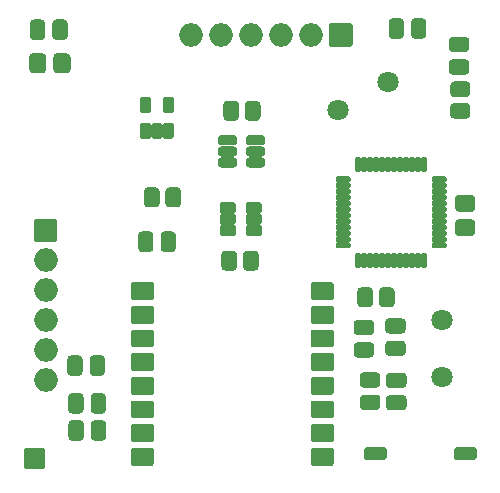
<source format=gts>
G04 #@! TF.GenerationSoftware,KiCad,Pcbnew,5.1.7-a382d34a8~88~ubuntu18.04.1*
G04 #@! TF.CreationDate,2021-12-09T23:06:50+05:30*
G04 #@! TF.ProjectId,FrontEnd_switch_Normal_v2,46726f6e-7445-46e6-945f-737769746368,rev?*
G04 #@! TF.SameCoordinates,Original*
G04 #@! TF.FileFunction,Soldermask,Top*
G04 #@! TF.FilePolarity,Negative*
%FSLAX46Y46*%
G04 Gerber Fmt 4.6, Leading zero omitted, Abs format (unit mm)*
G04 Created by KiCad (PCBNEW 5.1.7-a382d34a8~88~ubuntu18.04.1) date 2021-12-09 23:06:50*
%MOMM*%
%LPD*%
G01*
G04 APERTURE LIST*
%ADD10O,2.000000X2.000000*%
%ADD11C,1.800000*%
G04 APERTURE END LIST*
G36*
G01*
X114451000Y-92497200D02*
X114451000Y-92775600D01*
G75*
G02*
X114155200Y-93071400I-295800J0D01*
G01*
X113096800Y-93071400D01*
G75*
G02*
X112801000Y-92775600I0J295800D01*
G01*
X112801000Y-92497200D01*
G75*
G02*
X113096800Y-92201400I295800J0D01*
G01*
X114155200Y-92201400D01*
G75*
G02*
X114451000Y-92497200I0J-295800D01*
G01*
G37*
G36*
G01*
X114451000Y-91547200D02*
X114451000Y-91825600D01*
G75*
G02*
X114155200Y-92121400I-295800J0D01*
G01*
X113096800Y-92121400D01*
G75*
G02*
X112801000Y-91825600I0J295800D01*
G01*
X112801000Y-91547200D01*
G75*
G02*
X113096800Y-91251400I295800J0D01*
G01*
X114155200Y-91251400D01*
G75*
G02*
X114451000Y-91547200I0J-295800D01*
G01*
G37*
G36*
G01*
X114451000Y-90597200D02*
X114451000Y-90875600D01*
G75*
G02*
X114155200Y-91171400I-295800J0D01*
G01*
X113096800Y-91171400D01*
G75*
G02*
X112801000Y-90875600I0J295800D01*
G01*
X112801000Y-90597200D01*
G75*
G02*
X113096800Y-90301400I295800J0D01*
G01*
X114155200Y-90301400D01*
G75*
G02*
X114451000Y-90597200I0J-295800D01*
G01*
G37*
G36*
G01*
X116821000Y-90597200D02*
X116821000Y-90875600D01*
G75*
G02*
X116525200Y-91171400I-295800J0D01*
G01*
X115466800Y-91171400D01*
G75*
G02*
X115171000Y-90875600I0J295800D01*
G01*
X115171000Y-90597200D01*
G75*
G02*
X115466800Y-90301400I295800J0D01*
G01*
X116525200Y-90301400D01*
G75*
G02*
X116821000Y-90597200I0J-295800D01*
G01*
G37*
G36*
G01*
X116821000Y-91547200D02*
X116821000Y-91825600D01*
G75*
G02*
X116525200Y-92121400I-295800J0D01*
G01*
X115466800Y-92121400D01*
G75*
G02*
X115171000Y-91825600I0J295800D01*
G01*
X115171000Y-91547200D01*
G75*
G02*
X115466800Y-91251400I295800J0D01*
G01*
X116525200Y-91251400D01*
G75*
G02*
X116821000Y-91547200I0J-295800D01*
G01*
G37*
G36*
G01*
X116821000Y-92497200D02*
X116821000Y-92775600D01*
G75*
G02*
X116525200Y-93071400I-295800J0D01*
G01*
X115466800Y-93071400D01*
G75*
G02*
X115171000Y-92775600I0J295800D01*
G01*
X115171000Y-92497200D01*
G75*
G02*
X115466800Y-92201400I295800J0D01*
G01*
X116525200Y-92201400D01*
G75*
G02*
X116821000Y-92497200I0J-295800D01*
G01*
G37*
G36*
G01*
X133209216Y-97418100D02*
X134278784Y-97418100D01*
G75*
G02*
X134594000Y-97733316I0J-315216D01*
G01*
X134594000Y-98552884D01*
G75*
G02*
X134278784Y-98868100I-315216J0D01*
G01*
X133209216Y-98868100D01*
G75*
G02*
X132894000Y-98552884I0J315216D01*
G01*
X132894000Y-97733316D01*
G75*
G02*
X133209216Y-97418100I315216J0D01*
G01*
G37*
G36*
G01*
X133209216Y-95368100D02*
X134278784Y-95368100D01*
G75*
G02*
X134594000Y-95683316I0J-315216D01*
G01*
X134594000Y-96502884D01*
G75*
G02*
X134278784Y-96818100I-315216J0D01*
G01*
X133209216Y-96818100D01*
G75*
G02*
X132894000Y-96502884I0J315216D01*
G01*
X132894000Y-95683316D01*
G75*
G02*
X133209216Y-95368100I315216J0D01*
G01*
G37*
G36*
G01*
X98885000Y-84763684D02*
X98885000Y-83694116D01*
G75*
G02*
X99200216Y-83378900I315216J0D01*
G01*
X100019784Y-83378900D01*
G75*
G02*
X100335000Y-83694116I0J-315216D01*
G01*
X100335000Y-84763684D01*
G75*
G02*
X100019784Y-85078900I-315216J0D01*
G01*
X99200216Y-85078900D01*
G75*
G02*
X98885000Y-84763684I0J315216D01*
G01*
G37*
G36*
G01*
X96835000Y-84763684D02*
X96835000Y-83694116D01*
G75*
G02*
X97150216Y-83378900I315216J0D01*
G01*
X97969784Y-83378900D01*
G75*
G02*
X98285000Y-83694116I0J-315216D01*
G01*
X98285000Y-84763684D01*
G75*
G02*
X97969784Y-85078900I-315216J0D01*
G01*
X97150216Y-85078900D01*
G75*
G02*
X96835000Y-84763684I0J315216D01*
G01*
G37*
G36*
G01*
X114599000Y-87725469D02*
X114599000Y-88779131D01*
G75*
G02*
X114275831Y-89102300I-323169J0D01*
G01*
X113597169Y-89102300D01*
G75*
G02*
X113274000Y-88779131I0J323169D01*
G01*
X113274000Y-87725469D01*
G75*
G02*
X113597169Y-87402300I323169J0D01*
G01*
X114275831Y-87402300D01*
G75*
G02*
X114599000Y-87725469I0J-323169D01*
G01*
G37*
G36*
G01*
X116424000Y-87725469D02*
X116424000Y-88779131D01*
G75*
G02*
X116100831Y-89102300I-323169J0D01*
G01*
X115422169Y-89102300D01*
G75*
G02*
X115099000Y-88779131I0J323169D01*
G01*
X115099000Y-87725469D01*
G75*
G02*
X115422169Y-87402300I323169J0D01*
G01*
X116100831Y-87402300D01*
G75*
G02*
X116424000Y-87725469I0J-323169D01*
G01*
G37*
G36*
G01*
X114434000Y-100418169D02*
X114434000Y-101471831D01*
G75*
G02*
X114110831Y-101795000I-323169J0D01*
G01*
X113432169Y-101795000D01*
G75*
G02*
X113109000Y-101471831I0J323169D01*
G01*
X113109000Y-100418169D01*
G75*
G02*
X113432169Y-100095000I323169J0D01*
G01*
X114110831Y-100095000D01*
G75*
G02*
X114434000Y-100418169I0J-323169D01*
G01*
G37*
G36*
G01*
X116259000Y-100418169D02*
X116259000Y-101471831D01*
G75*
G02*
X115935831Y-101795000I-323169J0D01*
G01*
X115257169Y-101795000D01*
G75*
G02*
X114934000Y-101471831I0J323169D01*
G01*
X114934000Y-100418169D01*
G75*
G02*
X115257169Y-100095000I323169J0D01*
G01*
X115935831Y-100095000D01*
G75*
G02*
X116259000Y-100418169I0J-323169D01*
G01*
G37*
G36*
G01*
X125950000Y-103522169D02*
X125950000Y-104575831D01*
G75*
G02*
X125626831Y-104899000I-323169J0D01*
G01*
X124948169Y-104899000D01*
G75*
G02*
X124625000Y-104575831I0J323169D01*
G01*
X124625000Y-103522169D01*
G75*
G02*
X124948169Y-103199000I323169J0D01*
G01*
X125626831Y-103199000D01*
G75*
G02*
X125950000Y-103522169I0J-323169D01*
G01*
G37*
G36*
G01*
X127775000Y-103522169D02*
X127775000Y-104575831D01*
G75*
G02*
X127451831Y-104899000I-323169J0D01*
G01*
X126773169Y-104899000D01*
G75*
G02*
X126450000Y-104575831I0J323169D01*
G01*
X126450000Y-103522169D01*
G75*
G02*
X126773169Y-103199000I323169J0D01*
G01*
X127451831Y-103199000D01*
G75*
G02*
X127775000Y-103522169I0J-323169D01*
G01*
G37*
G36*
G01*
X132805169Y-87593600D02*
X133858831Y-87593600D01*
G75*
G02*
X134182000Y-87916769I0J-323169D01*
G01*
X134182000Y-88595431D01*
G75*
G02*
X133858831Y-88918600I-323169J0D01*
G01*
X132805169Y-88918600D01*
G75*
G02*
X132482000Y-88595431I0J323169D01*
G01*
X132482000Y-87916769D01*
G75*
G02*
X132805169Y-87593600I323169J0D01*
G01*
G37*
G36*
G01*
X132805169Y-85768600D02*
X133858831Y-85768600D01*
G75*
G02*
X134182000Y-86091769I0J-323169D01*
G01*
X134182000Y-86770431D01*
G75*
G02*
X133858831Y-87093600I-323169J0D01*
G01*
X132805169Y-87093600D01*
G75*
G02*
X132482000Y-86770431I0J323169D01*
G01*
X132482000Y-86091769D01*
G75*
G02*
X132805169Y-85768600I323169J0D01*
G01*
G37*
G36*
G01*
X107873000Y-95058469D02*
X107873000Y-96112131D01*
G75*
G02*
X107549831Y-96435300I-323169J0D01*
G01*
X106871169Y-96435300D01*
G75*
G02*
X106548000Y-96112131I0J323169D01*
G01*
X106548000Y-95058469D01*
G75*
G02*
X106871169Y-94735300I323169J0D01*
G01*
X107549831Y-94735300D01*
G75*
G02*
X107873000Y-95058469I0J-323169D01*
G01*
G37*
G36*
G01*
X109698000Y-95058469D02*
X109698000Y-96112131D01*
G75*
G02*
X109374831Y-96435300I-323169J0D01*
G01*
X108696169Y-96435300D01*
G75*
G02*
X108373000Y-96112131I0J323169D01*
G01*
X108373000Y-95058469D01*
G75*
G02*
X108696169Y-94735300I323169J0D01*
G01*
X109374831Y-94735300D01*
G75*
G02*
X109698000Y-95058469I0J-323169D01*
G01*
G37*
G36*
G01*
X101958000Y-110382000D02*
X101958000Y-109282000D01*
G75*
G02*
X102283000Y-108957000I325000J0D01*
G01*
X102933000Y-108957000D01*
G75*
G02*
X103258000Y-109282000I0J-325000D01*
G01*
X103258000Y-110382000D01*
G75*
G02*
X102933000Y-110707000I-325000J0D01*
G01*
X102283000Y-110707000D01*
G75*
G02*
X101958000Y-110382000I0J325000D01*
G01*
G37*
G36*
G01*
X100058000Y-110382000D02*
X100058000Y-109282000D01*
G75*
G02*
X100383000Y-108957000I325000J0D01*
G01*
X101033000Y-108957000D01*
G75*
G02*
X101358000Y-109282000I0J-325000D01*
G01*
X101358000Y-110382000D01*
G75*
G02*
X101033000Y-110707000I-325000J0D01*
G01*
X100383000Y-110707000D01*
G75*
G02*
X100058000Y-110382000I0J325000D01*
G01*
G37*
G36*
G01*
X102055000Y-115869000D02*
X102055000Y-114769000D01*
G75*
G02*
X102380000Y-114444000I325000J0D01*
G01*
X103030000Y-114444000D01*
G75*
G02*
X103355000Y-114769000I0J-325000D01*
G01*
X103355000Y-115869000D01*
G75*
G02*
X103030000Y-116194000I-325000J0D01*
G01*
X102380000Y-116194000D01*
G75*
G02*
X102055000Y-115869000I0J325000D01*
G01*
G37*
G36*
G01*
X100155000Y-115869000D02*
X100155000Y-114769000D01*
G75*
G02*
X100480000Y-114444000I325000J0D01*
G01*
X101130000Y-114444000D01*
G75*
G02*
X101455000Y-114769000I0J-325000D01*
G01*
X101455000Y-115869000D01*
G75*
G02*
X101130000Y-116194000I-325000J0D01*
G01*
X100480000Y-116194000D01*
G75*
G02*
X100155000Y-115869000I0J325000D01*
G01*
G37*
G36*
G01*
X129167000Y-81837600D02*
X129167000Y-80737600D01*
G75*
G02*
X129492000Y-80412600I325000J0D01*
G01*
X130142000Y-80412600D01*
G75*
G02*
X130467000Y-80737600I0J-325000D01*
G01*
X130467000Y-81837600D01*
G75*
G02*
X130142000Y-82162600I-325000J0D01*
G01*
X129492000Y-82162600D01*
G75*
G02*
X129167000Y-81837600I0J325000D01*
G01*
G37*
G36*
G01*
X127267000Y-81837600D02*
X127267000Y-80737600D01*
G75*
G02*
X127592000Y-80412600I325000J0D01*
G01*
X128242000Y-80412600D01*
G75*
G02*
X128567000Y-80737600I0J-325000D01*
G01*
X128567000Y-81837600D01*
G75*
G02*
X128242000Y-82162600I-325000J0D01*
G01*
X127592000Y-82162600D01*
G75*
G02*
X127267000Y-81837600I0J325000D01*
G01*
G37*
G36*
G01*
X107955000Y-99894500D02*
X107955000Y-98794500D01*
G75*
G02*
X108280000Y-98469500I325000J0D01*
G01*
X108930000Y-98469500D01*
G75*
G02*
X109255000Y-98794500I0J-325000D01*
G01*
X109255000Y-99894500D01*
G75*
G02*
X108930000Y-100219500I-325000J0D01*
G01*
X108280000Y-100219500D01*
G75*
G02*
X107955000Y-99894500I0J325000D01*
G01*
G37*
G36*
G01*
X106055000Y-99894500D02*
X106055000Y-98794500D01*
G75*
G02*
X106380000Y-98469500I325000J0D01*
G01*
X107030000Y-98469500D01*
G75*
G02*
X107355000Y-98794500I0J-325000D01*
G01*
X107355000Y-99894500D01*
G75*
G02*
X107030000Y-100219500I-325000J0D01*
G01*
X106380000Y-100219500D01*
G75*
G02*
X106055000Y-99894500I0J325000D01*
G01*
G37*
G36*
G01*
X126250000Y-111684000D02*
X125150000Y-111684000D01*
G75*
G02*
X124825000Y-111359000I0J325000D01*
G01*
X124825000Y-110709000D01*
G75*
G02*
X125150000Y-110384000I325000J0D01*
G01*
X126250000Y-110384000D01*
G75*
G02*
X126575000Y-110709000I0J-325000D01*
G01*
X126575000Y-111359000D01*
G75*
G02*
X126250000Y-111684000I-325000J0D01*
G01*
G37*
G36*
G01*
X126250000Y-113584000D02*
X125150000Y-113584000D01*
G75*
G02*
X124825000Y-113259000I0J325000D01*
G01*
X124825000Y-112609000D01*
G75*
G02*
X125150000Y-112284000I325000J0D01*
G01*
X126250000Y-112284000D01*
G75*
G02*
X126575000Y-112609000I0J-325000D01*
G01*
X126575000Y-113259000D01*
G75*
G02*
X126250000Y-113584000I-325000J0D01*
G01*
G37*
G36*
G01*
X124624000Y-107841000D02*
X125724000Y-107841000D01*
G75*
G02*
X126049000Y-108166000I0J-325000D01*
G01*
X126049000Y-108816000D01*
G75*
G02*
X125724000Y-109141000I-325000J0D01*
G01*
X124624000Y-109141000D01*
G75*
G02*
X124299000Y-108816000I0J325000D01*
G01*
X124299000Y-108166000D01*
G75*
G02*
X124624000Y-107841000I325000J0D01*
G01*
G37*
G36*
G01*
X124624000Y-105941000D02*
X125724000Y-105941000D01*
G75*
G02*
X126049000Y-106266000I0J-325000D01*
G01*
X126049000Y-106916000D01*
G75*
G02*
X125724000Y-107241000I-325000J0D01*
G01*
X124624000Y-107241000D01*
G75*
G02*
X124299000Y-106916000I0J325000D01*
G01*
X124299000Y-106266000D01*
G75*
G02*
X124624000Y-105941000I325000J0D01*
G01*
G37*
G36*
G01*
X128462000Y-111724000D02*
X127362000Y-111724000D01*
G75*
G02*
X127037000Y-111399000I0J325000D01*
G01*
X127037000Y-110749000D01*
G75*
G02*
X127362000Y-110424000I325000J0D01*
G01*
X128462000Y-110424000D01*
G75*
G02*
X128787000Y-110749000I0J-325000D01*
G01*
X128787000Y-111399000D01*
G75*
G02*
X128462000Y-111724000I-325000J0D01*
G01*
G37*
G36*
G01*
X128462000Y-113624000D02*
X127362000Y-113624000D01*
G75*
G02*
X127037000Y-113299000I0J325000D01*
G01*
X127037000Y-112649000D01*
G75*
G02*
X127362000Y-112324000I325000J0D01*
G01*
X128462000Y-112324000D01*
G75*
G02*
X128787000Y-112649000I0J-325000D01*
G01*
X128787000Y-113299000D01*
G75*
G02*
X128462000Y-113624000I-325000J0D01*
G01*
G37*
G36*
G01*
X127296000Y-107717000D02*
X128396000Y-107717000D01*
G75*
G02*
X128721000Y-108042000I0J-325000D01*
G01*
X128721000Y-108692000D01*
G75*
G02*
X128396000Y-109017000I-325000J0D01*
G01*
X127296000Y-109017000D01*
G75*
G02*
X126971000Y-108692000I0J325000D01*
G01*
X126971000Y-108042000D01*
G75*
G02*
X127296000Y-107717000I325000J0D01*
G01*
G37*
G36*
G01*
X127296000Y-105817000D02*
X128396000Y-105817000D01*
G75*
G02*
X128721000Y-106142000I0J-325000D01*
G01*
X128721000Y-106792000D01*
G75*
G02*
X128396000Y-107117000I-325000J0D01*
G01*
X127296000Y-107117000D01*
G75*
G02*
X126971000Y-106792000I0J325000D01*
G01*
X126971000Y-106142000D01*
G75*
G02*
X127296000Y-105817000I325000J0D01*
G01*
G37*
G36*
G01*
X102037000Y-113572000D02*
X102037000Y-112472000D01*
G75*
G02*
X102362000Y-112147000I325000J0D01*
G01*
X103012000Y-112147000D01*
G75*
G02*
X103337000Y-112472000I0J-325000D01*
G01*
X103337000Y-113572000D01*
G75*
G02*
X103012000Y-113897000I-325000J0D01*
G01*
X102362000Y-113897000D01*
G75*
G02*
X102037000Y-113572000I0J325000D01*
G01*
G37*
G36*
G01*
X100137000Y-113572000D02*
X100137000Y-112472000D01*
G75*
G02*
X100462000Y-112147000I325000J0D01*
G01*
X101112000Y-112147000D01*
G75*
G02*
X101437000Y-112472000I0J-325000D01*
G01*
X101437000Y-113572000D01*
G75*
G02*
X101112000Y-113897000I-325000J0D01*
G01*
X100462000Y-113897000D01*
G75*
G02*
X100137000Y-113572000I0J325000D01*
G01*
G37*
G36*
G01*
X132683000Y-83881200D02*
X133783000Y-83881200D01*
G75*
G02*
X134108000Y-84206200I0J-325000D01*
G01*
X134108000Y-84856200D01*
G75*
G02*
X133783000Y-85181200I-325000J0D01*
G01*
X132683000Y-85181200D01*
G75*
G02*
X132358000Y-84856200I0J325000D01*
G01*
X132358000Y-84206200D01*
G75*
G02*
X132683000Y-83881200I325000J0D01*
G01*
G37*
G36*
G01*
X132683000Y-81981200D02*
X133783000Y-81981200D01*
G75*
G02*
X134108000Y-82306200I0J-325000D01*
G01*
X134108000Y-82956200D01*
G75*
G02*
X133783000Y-83281200I-325000J0D01*
G01*
X132683000Y-83281200D01*
G75*
G02*
X132358000Y-82956200I0J325000D01*
G01*
X132358000Y-82306200D01*
G75*
G02*
X132683000Y-81981200I325000J0D01*
G01*
G37*
G36*
G01*
X98791000Y-81944300D02*
X98791000Y-80844300D01*
G75*
G02*
X99116000Y-80519300I325000J0D01*
G01*
X99766000Y-80519300D01*
G75*
G02*
X100091000Y-80844300I0J-325000D01*
G01*
X100091000Y-81944300D01*
G75*
G02*
X99766000Y-82269300I-325000J0D01*
G01*
X99116000Y-82269300D01*
G75*
G02*
X98791000Y-81944300I0J325000D01*
G01*
G37*
G36*
G01*
X96891000Y-81944300D02*
X96891000Y-80844300D01*
G75*
G02*
X97216000Y-80519300I325000J0D01*
G01*
X97866000Y-80519300D01*
G75*
G02*
X98191000Y-80844300I0J-325000D01*
G01*
X98191000Y-81944300D01*
G75*
G02*
X97866000Y-82269300I-325000J0D01*
G01*
X97216000Y-82269300D01*
G75*
G02*
X96891000Y-81944300I0J325000D01*
G01*
G37*
D10*
X110523000Y-81833700D03*
X113063000Y-81833700D03*
X115603000Y-81833700D03*
X118143000Y-81833700D03*
X120683000Y-81833700D03*
G36*
G01*
X122373000Y-80833700D02*
X124073000Y-80833700D01*
G75*
G02*
X124223000Y-80983700I0J-150000D01*
G01*
X124223000Y-82683700D01*
G75*
G02*
X124073000Y-82833700I-150000J0D01*
G01*
X122373000Y-82833700D01*
G75*
G02*
X122223000Y-82683700I0J150000D01*
G01*
X122223000Y-80983700D01*
G75*
G02*
X122373000Y-80833700I150000J0D01*
G01*
G37*
G36*
G01*
X131059000Y-98868700D02*
X132059000Y-98868700D01*
G75*
G02*
X132209000Y-99018700I0J-150000D01*
G01*
X132209000Y-99248700D01*
G75*
G02*
X132059000Y-99398700I-150000J0D01*
G01*
X131059000Y-99398700D01*
G75*
G02*
X130909000Y-99248700I0J150000D01*
G01*
X130909000Y-99018700D01*
G75*
G02*
X131059000Y-98868700I150000J0D01*
G01*
G37*
G36*
G01*
X130174000Y-92133700D02*
X130404000Y-92133700D01*
G75*
G02*
X130554000Y-92283700I0J-150000D01*
G01*
X130554000Y-93283700D01*
G75*
G02*
X130404000Y-93433700I-150000J0D01*
G01*
X130174000Y-93433700D01*
G75*
G02*
X130024000Y-93283700I0J150000D01*
G01*
X130024000Y-92283700D01*
G75*
G02*
X130174000Y-92133700I150000J0D01*
G01*
G37*
G36*
G01*
X129666000Y-92133700D02*
X129896000Y-92133700D01*
G75*
G02*
X130046000Y-92283700I0J-150000D01*
G01*
X130046000Y-93283700D01*
G75*
G02*
X129896000Y-93433700I-150000J0D01*
G01*
X129666000Y-93433700D01*
G75*
G02*
X129516000Y-93283700I0J150000D01*
G01*
X129516000Y-92283700D01*
G75*
G02*
X129666000Y-92133700I150000J0D01*
G01*
G37*
G36*
G01*
X129158000Y-92133700D02*
X129388000Y-92133700D01*
G75*
G02*
X129538000Y-92283700I0J-150000D01*
G01*
X129538000Y-93283700D01*
G75*
G02*
X129388000Y-93433700I-150000J0D01*
G01*
X129158000Y-93433700D01*
G75*
G02*
X129008000Y-93283700I0J150000D01*
G01*
X129008000Y-92283700D01*
G75*
G02*
X129158000Y-92133700I150000J0D01*
G01*
G37*
G36*
G01*
X128650000Y-92133700D02*
X128880000Y-92133700D01*
G75*
G02*
X129030000Y-92283700I0J-150000D01*
G01*
X129030000Y-93283700D01*
G75*
G02*
X128880000Y-93433700I-150000J0D01*
G01*
X128650000Y-93433700D01*
G75*
G02*
X128500000Y-93283700I0J150000D01*
G01*
X128500000Y-92283700D01*
G75*
G02*
X128650000Y-92133700I150000J0D01*
G01*
G37*
G36*
G01*
X128142000Y-92133700D02*
X128372000Y-92133700D01*
G75*
G02*
X128522000Y-92283700I0J-150000D01*
G01*
X128522000Y-93283700D01*
G75*
G02*
X128372000Y-93433700I-150000J0D01*
G01*
X128142000Y-93433700D01*
G75*
G02*
X127992000Y-93283700I0J150000D01*
G01*
X127992000Y-92283700D01*
G75*
G02*
X128142000Y-92133700I150000J0D01*
G01*
G37*
G36*
G01*
X127634000Y-92133700D02*
X127864000Y-92133700D01*
G75*
G02*
X128014000Y-92283700I0J-150000D01*
G01*
X128014000Y-93283700D01*
G75*
G02*
X127864000Y-93433700I-150000J0D01*
G01*
X127634000Y-93433700D01*
G75*
G02*
X127484000Y-93283700I0J150000D01*
G01*
X127484000Y-92283700D01*
G75*
G02*
X127634000Y-92133700I150000J0D01*
G01*
G37*
G36*
G01*
X127126000Y-92133700D02*
X127356000Y-92133700D01*
G75*
G02*
X127506000Y-92283700I0J-150000D01*
G01*
X127506000Y-93283700D01*
G75*
G02*
X127356000Y-93433700I-150000J0D01*
G01*
X127126000Y-93433700D01*
G75*
G02*
X126976000Y-93283700I0J150000D01*
G01*
X126976000Y-92283700D01*
G75*
G02*
X127126000Y-92133700I150000J0D01*
G01*
G37*
G36*
G01*
X126618000Y-92133700D02*
X126848000Y-92133700D01*
G75*
G02*
X126998000Y-92283700I0J-150000D01*
G01*
X126998000Y-93283700D01*
G75*
G02*
X126848000Y-93433700I-150000J0D01*
G01*
X126618000Y-93433700D01*
G75*
G02*
X126468000Y-93283700I0J150000D01*
G01*
X126468000Y-92283700D01*
G75*
G02*
X126618000Y-92133700I150000J0D01*
G01*
G37*
G36*
G01*
X126110000Y-92133700D02*
X126340000Y-92133700D01*
G75*
G02*
X126490000Y-92283700I0J-150000D01*
G01*
X126490000Y-93283700D01*
G75*
G02*
X126340000Y-93433700I-150000J0D01*
G01*
X126110000Y-93433700D01*
G75*
G02*
X125960000Y-93283700I0J150000D01*
G01*
X125960000Y-92283700D01*
G75*
G02*
X126110000Y-92133700I150000J0D01*
G01*
G37*
G36*
G01*
X125602000Y-92133700D02*
X125832000Y-92133700D01*
G75*
G02*
X125982000Y-92283700I0J-150000D01*
G01*
X125982000Y-93283700D01*
G75*
G02*
X125832000Y-93433700I-150000J0D01*
G01*
X125602000Y-93433700D01*
G75*
G02*
X125452000Y-93283700I0J150000D01*
G01*
X125452000Y-92283700D01*
G75*
G02*
X125602000Y-92133700I150000J0D01*
G01*
G37*
G36*
G01*
X125094000Y-92133700D02*
X125324000Y-92133700D01*
G75*
G02*
X125474000Y-92283700I0J-150000D01*
G01*
X125474000Y-93283700D01*
G75*
G02*
X125324000Y-93433700I-150000J0D01*
G01*
X125094000Y-93433700D01*
G75*
G02*
X124944000Y-93283700I0J150000D01*
G01*
X124944000Y-92283700D01*
G75*
G02*
X125094000Y-92133700I150000J0D01*
G01*
G37*
G36*
G01*
X124586000Y-92133700D02*
X124816000Y-92133700D01*
G75*
G02*
X124966000Y-92283700I0J-150000D01*
G01*
X124966000Y-93283700D01*
G75*
G02*
X124816000Y-93433700I-150000J0D01*
G01*
X124586000Y-93433700D01*
G75*
G02*
X124436000Y-93283700I0J150000D01*
G01*
X124436000Y-92283700D01*
G75*
G02*
X124586000Y-92133700I150000J0D01*
G01*
G37*
G36*
G01*
X122931000Y-93788700D02*
X123931000Y-93788700D01*
G75*
G02*
X124081000Y-93938700I0J-150000D01*
G01*
X124081000Y-94168700D01*
G75*
G02*
X123931000Y-94318700I-150000J0D01*
G01*
X122931000Y-94318700D01*
G75*
G02*
X122781000Y-94168700I0J150000D01*
G01*
X122781000Y-93938700D01*
G75*
G02*
X122931000Y-93788700I150000J0D01*
G01*
G37*
G36*
G01*
X122931000Y-94296700D02*
X123931000Y-94296700D01*
G75*
G02*
X124081000Y-94446700I0J-150000D01*
G01*
X124081000Y-94676700D01*
G75*
G02*
X123931000Y-94826700I-150000J0D01*
G01*
X122931000Y-94826700D01*
G75*
G02*
X122781000Y-94676700I0J150000D01*
G01*
X122781000Y-94446700D01*
G75*
G02*
X122931000Y-94296700I150000J0D01*
G01*
G37*
G36*
G01*
X122931000Y-95312700D02*
X123931000Y-95312700D01*
G75*
G02*
X124081000Y-95462700I0J-150000D01*
G01*
X124081000Y-95692700D01*
G75*
G02*
X123931000Y-95842700I-150000J0D01*
G01*
X122931000Y-95842700D01*
G75*
G02*
X122781000Y-95692700I0J150000D01*
G01*
X122781000Y-95462700D01*
G75*
G02*
X122931000Y-95312700I150000J0D01*
G01*
G37*
G36*
G01*
X122931000Y-95820700D02*
X123931000Y-95820700D01*
G75*
G02*
X124081000Y-95970700I0J-150000D01*
G01*
X124081000Y-96200700D01*
G75*
G02*
X123931000Y-96350700I-150000J0D01*
G01*
X122931000Y-96350700D01*
G75*
G02*
X122781000Y-96200700I0J150000D01*
G01*
X122781000Y-95970700D01*
G75*
G02*
X122931000Y-95820700I150000J0D01*
G01*
G37*
G36*
G01*
X122931000Y-96328700D02*
X123931000Y-96328700D01*
G75*
G02*
X124081000Y-96478700I0J-150000D01*
G01*
X124081000Y-96708700D01*
G75*
G02*
X123931000Y-96858700I-150000J0D01*
G01*
X122931000Y-96858700D01*
G75*
G02*
X122781000Y-96708700I0J150000D01*
G01*
X122781000Y-96478700D01*
G75*
G02*
X122931000Y-96328700I150000J0D01*
G01*
G37*
G36*
G01*
X122931000Y-96836700D02*
X123931000Y-96836700D01*
G75*
G02*
X124081000Y-96986700I0J-150000D01*
G01*
X124081000Y-97216700D01*
G75*
G02*
X123931000Y-97366700I-150000J0D01*
G01*
X122931000Y-97366700D01*
G75*
G02*
X122781000Y-97216700I0J150000D01*
G01*
X122781000Y-96986700D01*
G75*
G02*
X122931000Y-96836700I150000J0D01*
G01*
G37*
G36*
G01*
X122931000Y-97344700D02*
X123931000Y-97344700D01*
G75*
G02*
X124081000Y-97494700I0J-150000D01*
G01*
X124081000Y-97724700D01*
G75*
G02*
X123931000Y-97874700I-150000J0D01*
G01*
X122931000Y-97874700D01*
G75*
G02*
X122781000Y-97724700I0J150000D01*
G01*
X122781000Y-97494700D01*
G75*
G02*
X122931000Y-97344700I150000J0D01*
G01*
G37*
G36*
G01*
X122931000Y-97852700D02*
X123931000Y-97852700D01*
G75*
G02*
X124081000Y-98002700I0J-150000D01*
G01*
X124081000Y-98232700D01*
G75*
G02*
X123931000Y-98382700I-150000J0D01*
G01*
X122931000Y-98382700D01*
G75*
G02*
X122781000Y-98232700I0J150000D01*
G01*
X122781000Y-98002700D01*
G75*
G02*
X122931000Y-97852700I150000J0D01*
G01*
G37*
G36*
G01*
X122931000Y-98360700D02*
X123931000Y-98360700D01*
G75*
G02*
X124081000Y-98510700I0J-150000D01*
G01*
X124081000Y-98740700D01*
G75*
G02*
X123931000Y-98890700I-150000J0D01*
G01*
X122931000Y-98890700D01*
G75*
G02*
X122781000Y-98740700I0J150000D01*
G01*
X122781000Y-98510700D01*
G75*
G02*
X122931000Y-98360700I150000J0D01*
G01*
G37*
G36*
G01*
X122931000Y-98868700D02*
X123931000Y-98868700D01*
G75*
G02*
X124081000Y-99018700I0J-150000D01*
G01*
X124081000Y-99248700D01*
G75*
G02*
X123931000Y-99398700I-150000J0D01*
G01*
X122931000Y-99398700D01*
G75*
G02*
X122781000Y-99248700I0J150000D01*
G01*
X122781000Y-99018700D01*
G75*
G02*
X122931000Y-98868700I150000J0D01*
G01*
G37*
G36*
G01*
X122931000Y-99376700D02*
X123931000Y-99376700D01*
G75*
G02*
X124081000Y-99526700I0J-150000D01*
G01*
X124081000Y-99756700D01*
G75*
G02*
X123931000Y-99906700I-150000J0D01*
G01*
X122931000Y-99906700D01*
G75*
G02*
X122781000Y-99756700I0J150000D01*
G01*
X122781000Y-99526700D01*
G75*
G02*
X122931000Y-99376700I150000J0D01*
G01*
G37*
G36*
G01*
X125094000Y-100261700D02*
X125324000Y-100261700D01*
G75*
G02*
X125474000Y-100411700I0J-150000D01*
G01*
X125474000Y-101411700D01*
G75*
G02*
X125324000Y-101561700I-150000J0D01*
G01*
X125094000Y-101561700D01*
G75*
G02*
X124944000Y-101411700I0J150000D01*
G01*
X124944000Y-100411700D01*
G75*
G02*
X125094000Y-100261700I150000J0D01*
G01*
G37*
G36*
G01*
X125602000Y-100261700D02*
X125832000Y-100261700D01*
G75*
G02*
X125982000Y-100411700I0J-150000D01*
G01*
X125982000Y-101411700D01*
G75*
G02*
X125832000Y-101561700I-150000J0D01*
G01*
X125602000Y-101561700D01*
G75*
G02*
X125452000Y-101411700I0J150000D01*
G01*
X125452000Y-100411700D01*
G75*
G02*
X125602000Y-100261700I150000J0D01*
G01*
G37*
G36*
G01*
X126110000Y-100261700D02*
X126340000Y-100261700D01*
G75*
G02*
X126490000Y-100411700I0J-150000D01*
G01*
X126490000Y-101411700D01*
G75*
G02*
X126340000Y-101561700I-150000J0D01*
G01*
X126110000Y-101561700D01*
G75*
G02*
X125960000Y-101411700I0J150000D01*
G01*
X125960000Y-100411700D01*
G75*
G02*
X126110000Y-100261700I150000J0D01*
G01*
G37*
G36*
G01*
X126618000Y-100261700D02*
X126848000Y-100261700D01*
G75*
G02*
X126998000Y-100411700I0J-150000D01*
G01*
X126998000Y-101411700D01*
G75*
G02*
X126848000Y-101561700I-150000J0D01*
G01*
X126618000Y-101561700D01*
G75*
G02*
X126468000Y-101411700I0J150000D01*
G01*
X126468000Y-100411700D01*
G75*
G02*
X126618000Y-100261700I150000J0D01*
G01*
G37*
G36*
G01*
X127126000Y-100261700D02*
X127356000Y-100261700D01*
G75*
G02*
X127506000Y-100411700I0J-150000D01*
G01*
X127506000Y-101411700D01*
G75*
G02*
X127356000Y-101561700I-150000J0D01*
G01*
X127126000Y-101561700D01*
G75*
G02*
X126976000Y-101411700I0J150000D01*
G01*
X126976000Y-100411700D01*
G75*
G02*
X127126000Y-100261700I150000J0D01*
G01*
G37*
G36*
G01*
X127634000Y-100261700D02*
X127864000Y-100261700D01*
G75*
G02*
X128014000Y-100411700I0J-150000D01*
G01*
X128014000Y-101411700D01*
G75*
G02*
X127864000Y-101561700I-150000J0D01*
G01*
X127634000Y-101561700D01*
G75*
G02*
X127484000Y-101411700I0J150000D01*
G01*
X127484000Y-100411700D01*
G75*
G02*
X127634000Y-100261700I150000J0D01*
G01*
G37*
G36*
G01*
X128142000Y-100261700D02*
X128372000Y-100261700D01*
G75*
G02*
X128522000Y-100411700I0J-150000D01*
G01*
X128522000Y-101411700D01*
G75*
G02*
X128372000Y-101561700I-150000J0D01*
G01*
X128142000Y-101561700D01*
G75*
G02*
X127992000Y-101411700I0J150000D01*
G01*
X127992000Y-100411700D01*
G75*
G02*
X128142000Y-100261700I150000J0D01*
G01*
G37*
G36*
G01*
X128650000Y-100261700D02*
X128880000Y-100261700D01*
G75*
G02*
X129030000Y-100411700I0J-150000D01*
G01*
X129030000Y-101411700D01*
G75*
G02*
X128880000Y-101561700I-150000J0D01*
G01*
X128650000Y-101561700D01*
G75*
G02*
X128500000Y-101411700I0J150000D01*
G01*
X128500000Y-100411700D01*
G75*
G02*
X128650000Y-100261700I150000J0D01*
G01*
G37*
G36*
G01*
X129158000Y-100261700D02*
X129388000Y-100261700D01*
G75*
G02*
X129538000Y-100411700I0J-150000D01*
G01*
X129538000Y-101411700D01*
G75*
G02*
X129388000Y-101561700I-150000J0D01*
G01*
X129158000Y-101561700D01*
G75*
G02*
X129008000Y-101411700I0J150000D01*
G01*
X129008000Y-100411700D01*
G75*
G02*
X129158000Y-100261700I150000J0D01*
G01*
G37*
G36*
G01*
X129666000Y-100261700D02*
X129896000Y-100261700D01*
G75*
G02*
X130046000Y-100411700I0J-150000D01*
G01*
X130046000Y-101411700D01*
G75*
G02*
X129896000Y-101561700I-150000J0D01*
G01*
X129666000Y-101561700D01*
G75*
G02*
X129516000Y-101411700I0J150000D01*
G01*
X129516000Y-100411700D01*
G75*
G02*
X129666000Y-100261700I150000J0D01*
G01*
G37*
G36*
G01*
X130174000Y-100261700D02*
X130404000Y-100261700D01*
G75*
G02*
X130554000Y-100411700I0J-150000D01*
G01*
X130554000Y-101411700D01*
G75*
G02*
X130404000Y-101561700I-150000J0D01*
G01*
X130174000Y-101561700D01*
G75*
G02*
X130024000Y-101411700I0J150000D01*
G01*
X130024000Y-100411700D01*
G75*
G02*
X130174000Y-100261700I150000J0D01*
G01*
G37*
G36*
G01*
X131059000Y-99376700D02*
X132059000Y-99376700D01*
G75*
G02*
X132209000Y-99526700I0J-150000D01*
G01*
X132209000Y-99756700D01*
G75*
G02*
X132059000Y-99906700I-150000J0D01*
G01*
X131059000Y-99906700D01*
G75*
G02*
X130909000Y-99756700I0J150000D01*
G01*
X130909000Y-99526700D01*
G75*
G02*
X131059000Y-99376700I150000J0D01*
G01*
G37*
G36*
G01*
X131059000Y-98360700D02*
X132059000Y-98360700D01*
G75*
G02*
X132209000Y-98510700I0J-150000D01*
G01*
X132209000Y-98740700D01*
G75*
G02*
X132059000Y-98890700I-150000J0D01*
G01*
X131059000Y-98890700D01*
G75*
G02*
X130909000Y-98740700I0J150000D01*
G01*
X130909000Y-98510700D01*
G75*
G02*
X131059000Y-98360700I150000J0D01*
G01*
G37*
G36*
G01*
X131059000Y-97852700D02*
X132059000Y-97852700D01*
G75*
G02*
X132209000Y-98002700I0J-150000D01*
G01*
X132209000Y-98232700D01*
G75*
G02*
X132059000Y-98382700I-150000J0D01*
G01*
X131059000Y-98382700D01*
G75*
G02*
X130909000Y-98232700I0J150000D01*
G01*
X130909000Y-98002700D01*
G75*
G02*
X131059000Y-97852700I150000J0D01*
G01*
G37*
G36*
G01*
X131059000Y-97344700D02*
X132059000Y-97344700D01*
G75*
G02*
X132209000Y-97494700I0J-150000D01*
G01*
X132209000Y-97724700D01*
G75*
G02*
X132059000Y-97874700I-150000J0D01*
G01*
X131059000Y-97874700D01*
G75*
G02*
X130909000Y-97724700I0J150000D01*
G01*
X130909000Y-97494700D01*
G75*
G02*
X131059000Y-97344700I150000J0D01*
G01*
G37*
G36*
G01*
X131059000Y-96836700D02*
X132059000Y-96836700D01*
G75*
G02*
X132209000Y-96986700I0J-150000D01*
G01*
X132209000Y-97216700D01*
G75*
G02*
X132059000Y-97366700I-150000J0D01*
G01*
X131059000Y-97366700D01*
G75*
G02*
X130909000Y-97216700I0J150000D01*
G01*
X130909000Y-96986700D01*
G75*
G02*
X131059000Y-96836700I150000J0D01*
G01*
G37*
G36*
G01*
X131059000Y-96328700D02*
X132059000Y-96328700D01*
G75*
G02*
X132209000Y-96478700I0J-150000D01*
G01*
X132209000Y-96708700D01*
G75*
G02*
X132059000Y-96858700I-150000J0D01*
G01*
X131059000Y-96858700D01*
G75*
G02*
X130909000Y-96708700I0J150000D01*
G01*
X130909000Y-96478700D01*
G75*
G02*
X131059000Y-96328700I150000J0D01*
G01*
G37*
G36*
G01*
X131059000Y-95820700D02*
X132059000Y-95820700D01*
G75*
G02*
X132209000Y-95970700I0J-150000D01*
G01*
X132209000Y-96200700D01*
G75*
G02*
X132059000Y-96350700I-150000J0D01*
G01*
X131059000Y-96350700D01*
G75*
G02*
X130909000Y-96200700I0J150000D01*
G01*
X130909000Y-95970700D01*
G75*
G02*
X131059000Y-95820700I150000J0D01*
G01*
G37*
G36*
G01*
X131059000Y-95312700D02*
X132059000Y-95312700D01*
G75*
G02*
X132209000Y-95462700I0J-150000D01*
G01*
X132209000Y-95692700D01*
G75*
G02*
X132059000Y-95842700I-150000J0D01*
G01*
X131059000Y-95842700D01*
G75*
G02*
X130909000Y-95692700I0J150000D01*
G01*
X130909000Y-95462700D01*
G75*
G02*
X131059000Y-95312700I150000J0D01*
G01*
G37*
G36*
G01*
X131059000Y-94804700D02*
X132059000Y-94804700D01*
G75*
G02*
X132209000Y-94954700I0J-150000D01*
G01*
X132209000Y-95184700D01*
G75*
G02*
X132059000Y-95334700I-150000J0D01*
G01*
X131059000Y-95334700D01*
G75*
G02*
X130909000Y-95184700I0J150000D01*
G01*
X130909000Y-94954700D01*
G75*
G02*
X131059000Y-94804700I150000J0D01*
G01*
G37*
G36*
G01*
X131059000Y-94296700D02*
X132059000Y-94296700D01*
G75*
G02*
X132209000Y-94446700I0J-150000D01*
G01*
X132209000Y-94676700D01*
G75*
G02*
X132059000Y-94826700I-150000J0D01*
G01*
X131059000Y-94826700D01*
G75*
G02*
X130909000Y-94676700I0J150000D01*
G01*
X130909000Y-94446700D01*
G75*
G02*
X131059000Y-94296700I150000J0D01*
G01*
G37*
G36*
G01*
X131059000Y-93788700D02*
X132059000Y-93788700D01*
G75*
G02*
X132209000Y-93938700I0J-150000D01*
G01*
X132209000Y-94168700D01*
G75*
G02*
X132059000Y-94318700I-150000J0D01*
G01*
X131059000Y-94318700D01*
G75*
G02*
X130909000Y-94168700I0J150000D01*
G01*
X130909000Y-93938700D01*
G75*
G02*
X131059000Y-93788700I150000J0D01*
G01*
G37*
G36*
G01*
X124586000Y-100261700D02*
X124816000Y-100261700D01*
G75*
G02*
X124966000Y-100411700I0J-150000D01*
G01*
X124966000Y-101411700D01*
G75*
G02*
X124816000Y-101561700I-150000J0D01*
G01*
X124586000Y-101561700D01*
G75*
G02*
X124436000Y-101411700I0J150000D01*
G01*
X124436000Y-100411700D01*
G75*
G02*
X124586000Y-100261700I150000J0D01*
G01*
G37*
G36*
G01*
X122931000Y-94804700D02*
X123931000Y-94804700D01*
G75*
G02*
X124081000Y-94954700I0J-150000D01*
G01*
X124081000Y-95184700D01*
G75*
G02*
X123931000Y-95334700I-150000J0D01*
G01*
X122931000Y-95334700D01*
G75*
G02*
X122781000Y-95184700I0J150000D01*
G01*
X122781000Y-94954700D01*
G75*
G02*
X122931000Y-94804700I150000J0D01*
G01*
G37*
G36*
G01*
X96375100Y-118466000D02*
X96375100Y-116942000D01*
G75*
G02*
X96525100Y-116792000I150000J0D01*
G01*
X98049100Y-116792000D01*
G75*
G02*
X98199100Y-116942000I0J-150000D01*
G01*
X98199100Y-118466000D01*
G75*
G02*
X98049100Y-118616000I-150000J0D01*
G01*
X96525100Y-118616000D01*
G75*
G02*
X96375100Y-118466000I0J150000D01*
G01*
G37*
G36*
G01*
X132814000Y-117662000D02*
X132814000Y-116902000D01*
G75*
G02*
X132964000Y-116752000I150000J0D01*
G01*
X134564000Y-116752000D01*
G75*
G02*
X134714000Y-116902000I0J-150000D01*
G01*
X134714000Y-117662000D01*
G75*
G02*
X134564000Y-117812000I-150000J0D01*
G01*
X132964000Y-117812000D01*
G75*
G02*
X132814000Y-117662000I0J150000D01*
G01*
G37*
G36*
G01*
X125194000Y-117662000D02*
X125194000Y-116902000D01*
G75*
G02*
X125344000Y-116752000I150000J0D01*
G01*
X126944000Y-116752000D01*
G75*
G02*
X127094000Y-116902000I0J-150000D01*
G01*
X127094000Y-117662000D01*
G75*
G02*
X126944000Y-117812000I-150000J0D01*
G01*
X125344000Y-117812000D01*
G75*
G02*
X125194000Y-117662000I0J150000D01*
G01*
G37*
G36*
G01*
X107030000Y-88436800D02*
X106380000Y-88436800D01*
G75*
G02*
X106230000Y-88286800I0J150000D01*
G01*
X106230000Y-87226800D01*
G75*
G02*
X106380000Y-87076800I150000J0D01*
G01*
X107030000Y-87076800D01*
G75*
G02*
X107180000Y-87226800I0J-150000D01*
G01*
X107180000Y-88286800D01*
G75*
G02*
X107030000Y-88436800I-150000J0D01*
G01*
G37*
G36*
G01*
X108930000Y-88436800D02*
X108280000Y-88436800D01*
G75*
G02*
X108130000Y-88286800I0J150000D01*
G01*
X108130000Y-87226800D01*
G75*
G02*
X108280000Y-87076800I150000J0D01*
G01*
X108930000Y-87076800D01*
G75*
G02*
X109080000Y-87226800I0J-150000D01*
G01*
X109080000Y-88286800D01*
G75*
G02*
X108930000Y-88436800I-150000J0D01*
G01*
G37*
G36*
G01*
X108930000Y-90636800D02*
X108280000Y-90636800D01*
G75*
G02*
X108130000Y-90486800I0J150000D01*
G01*
X108130000Y-89426800D01*
G75*
G02*
X108280000Y-89276800I150000J0D01*
G01*
X108930000Y-89276800D01*
G75*
G02*
X109080000Y-89426800I0J-150000D01*
G01*
X109080000Y-90486800D01*
G75*
G02*
X108930000Y-90636800I-150000J0D01*
G01*
G37*
G36*
G01*
X107980000Y-90636800D02*
X107330000Y-90636800D01*
G75*
G02*
X107180000Y-90486800I0J150000D01*
G01*
X107180000Y-89426800D01*
G75*
G02*
X107330000Y-89276800I150000J0D01*
G01*
X107980000Y-89276800D01*
G75*
G02*
X108130000Y-89426800I0J-150000D01*
G01*
X108130000Y-90486800D01*
G75*
G02*
X107980000Y-90636800I-150000J0D01*
G01*
G37*
G36*
G01*
X107030000Y-90636800D02*
X106380000Y-90636800D01*
G75*
G02*
X106230000Y-90486800I0J150000D01*
G01*
X106230000Y-89426800D01*
G75*
G02*
X106380000Y-89276800I150000J0D01*
G01*
X107030000Y-89276800D01*
G75*
G02*
X107180000Y-89426800I0J-150000D01*
G01*
X107180000Y-90486800D01*
G75*
G02*
X107030000Y-90636800I-150000J0D01*
G01*
G37*
G36*
G01*
X105426000Y-104133000D02*
X105426000Y-102933000D01*
G75*
G02*
X105576000Y-102783000I150000J0D01*
G01*
X107276000Y-102783000D01*
G75*
G02*
X107426000Y-102933000I0J-150000D01*
G01*
X107426000Y-104133000D01*
G75*
G02*
X107276000Y-104283000I-150000J0D01*
G01*
X105576000Y-104283000D01*
G75*
G02*
X105426000Y-104133000I0J150000D01*
G01*
G37*
G36*
G01*
X105426000Y-106133000D02*
X105426000Y-104933000D01*
G75*
G02*
X105576000Y-104783000I150000J0D01*
G01*
X107276000Y-104783000D01*
G75*
G02*
X107426000Y-104933000I0J-150000D01*
G01*
X107426000Y-106133000D01*
G75*
G02*
X107276000Y-106283000I-150000J0D01*
G01*
X105576000Y-106283000D01*
G75*
G02*
X105426000Y-106133000I0J150000D01*
G01*
G37*
G36*
G01*
X105426000Y-108133000D02*
X105426000Y-106933000D01*
G75*
G02*
X105576000Y-106783000I150000J0D01*
G01*
X107276000Y-106783000D01*
G75*
G02*
X107426000Y-106933000I0J-150000D01*
G01*
X107426000Y-108133000D01*
G75*
G02*
X107276000Y-108283000I-150000J0D01*
G01*
X105576000Y-108283000D01*
G75*
G02*
X105426000Y-108133000I0J150000D01*
G01*
G37*
G36*
G01*
X105426000Y-110133000D02*
X105426000Y-108933000D01*
G75*
G02*
X105576000Y-108783000I150000J0D01*
G01*
X107276000Y-108783000D01*
G75*
G02*
X107426000Y-108933000I0J-150000D01*
G01*
X107426000Y-110133000D01*
G75*
G02*
X107276000Y-110283000I-150000J0D01*
G01*
X105576000Y-110283000D01*
G75*
G02*
X105426000Y-110133000I0J150000D01*
G01*
G37*
G36*
G01*
X105426000Y-112133000D02*
X105426000Y-110933000D01*
G75*
G02*
X105576000Y-110783000I150000J0D01*
G01*
X107276000Y-110783000D01*
G75*
G02*
X107426000Y-110933000I0J-150000D01*
G01*
X107426000Y-112133000D01*
G75*
G02*
X107276000Y-112283000I-150000J0D01*
G01*
X105576000Y-112283000D01*
G75*
G02*
X105426000Y-112133000I0J150000D01*
G01*
G37*
G36*
G01*
X105426000Y-114133000D02*
X105426000Y-112933000D01*
G75*
G02*
X105576000Y-112783000I150000J0D01*
G01*
X107276000Y-112783000D01*
G75*
G02*
X107426000Y-112933000I0J-150000D01*
G01*
X107426000Y-114133000D01*
G75*
G02*
X107276000Y-114283000I-150000J0D01*
G01*
X105576000Y-114283000D01*
G75*
G02*
X105426000Y-114133000I0J150000D01*
G01*
G37*
G36*
G01*
X105426000Y-116133000D02*
X105426000Y-114933000D01*
G75*
G02*
X105576000Y-114783000I150000J0D01*
G01*
X107276000Y-114783000D01*
G75*
G02*
X107426000Y-114933000I0J-150000D01*
G01*
X107426000Y-116133000D01*
G75*
G02*
X107276000Y-116283000I-150000J0D01*
G01*
X105576000Y-116283000D01*
G75*
G02*
X105426000Y-116133000I0J150000D01*
G01*
G37*
G36*
G01*
X105426000Y-118133000D02*
X105426000Y-116933000D01*
G75*
G02*
X105576000Y-116783000I150000J0D01*
G01*
X107276000Y-116783000D01*
G75*
G02*
X107426000Y-116933000I0J-150000D01*
G01*
X107426000Y-118133000D01*
G75*
G02*
X107276000Y-118283000I-150000J0D01*
G01*
X105576000Y-118283000D01*
G75*
G02*
X105426000Y-118133000I0J150000D01*
G01*
G37*
G36*
G01*
X120656000Y-118133000D02*
X120656000Y-116933000D01*
G75*
G02*
X120806000Y-116783000I150000J0D01*
G01*
X122506000Y-116783000D01*
G75*
G02*
X122656000Y-116933000I0J-150000D01*
G01*
X122656000Y-118133000D01*
G75*
G02*
X122506000Y-118283000I-150000J0D01*
G01*
X120806000Y-118283000D01*
G75*
G02*
X120656000Y-118133000I0J150000D01*
G01*
G37*
G36*
G01*
X120656000Y-116133000D02*
X120656000Y-114933000D01*
G75*
G02*
X120806000Y-114783000I150000J0D01*
G01*
X122506000Y-114783000D01*
G75*
G02*
X122656000Y-114933000I0J-150000D01*
G01*
X122656000Y-116133000D01*
G75*
G02*
X122506000Y-116283000I-150000J0D01*
G01*
X120806000Y-116283000D01*
G75*
G02*
X120656000Y-116133000I0J150000D01*
G01*
G37*
G36*
G01*
X120656000Y-114133000D02*
X120656000Y-112933000D01*
G75*
G02*
X120806000Y-112783000I150000J0D01*
G01*
X122506000Y-112783000D01*
G75*
G02*
X122656000Y-112933000I0J-150000D01*
G01*
X122656000Y-114133000D01*
G75*
G02*
X122506000Y-114283000I-150000J0D01*
G01*
X120806000Y-114283000D01*
G75*
G02*
X120656000Y-114133000I0J150000D01*
G01*
G37*
G36*
G01*
X120656000Y-112133000D02*
X120656000Y-110933000D01*
G75*
G02*
X120806000Y-110783000I150000J0D01*
G01*
X122506000Y-110783000D01*
G75*
G02*
X122656000Y-110933000I0J-150000D01*
G01*
X122656000Y-112133000D01*
G75*
G02*
X122506000Y-112283000I-150000J0D01*
G01*
X120806000Y-112283000D01*
G75*
G02*
X120656000Y-112133000I0J150000D01*
G01*
G37*
G36*
G01*
X120656000Y-110133000D02*
X120656000Y-108933000D01*
G75*
G02*
X120806000Y-108783000I150000J0D01*
G01*
X122506000Y-108783000D01*
G75*
G02*
X122656000Y-108933000I0J-150000D01*
G01*
X122656000Y-110133000D01*
G75*
G02*
X122506000Y-110283000I-150000J0D01*
G01*
X120806000Y-110283000D01*
G75*
G02*
X120656000Y-110133000I0J150000D01*
G01*
G37*
G36*
G01*
X120656000Y-108133000D02*
X120656000Y-106933000D01*
G75*
G02*
X120806000Y-106783000I150000J0D01*
G01*
X122506000Y-106783000D01*
G75*
G02*
X122656000Y-106933000I0J-150000D01*
G01*
X122656000Y-108133000D01*
G75*
G02*
X122506000Y-108283000I-150000J0D01*
G01*
X120806000Y-108283000D01*
G75*
G02*
X120656000Y-108133000I0J150000D01*
G01*
G37*
G36*
G01*
X120656000Y-106133000D02*
X120656000Y-104933000D01*
G75*
G02*
X120806000Y-104783000I150000J0D01*
G01*
X122506000Y-104783000D01*
G75*
G02*
X122656000Y-104933000I0J-150000D01*
G01*
X122656000Y-106133000D01*
G75*
G02*
X122506000Y-106283000I-150000J0D01*
G01*
X120806000Y-106283000D01*
G75*
G02*
X120656000Y-106133000I0J150000D01*
G01*
G37*
G36*
G01*
X120656000Y-104133000D02*
X120656000Y-102933000D01*
G75*
G02*
X120806000Y-102783000I150000J0D01*
G01*
X122506000Y-102783000D01*
G75*
G02*
X122656000Y-102933000I0J-150000D01*
G01*
X122656000Y-104133000D01*
G75*
G02*
X122506000Y-104283000I-150000J0D01*
G01*
X120806000Y-104283000D01*
G75*
G02*
X120656000Y-104133000I0J150000D01*
G01*
G37*
G36*
G01*
X112975000Y-96806900D02*
X112975000Y-96156900D01*
G75*
G02*
X113125000Y-96006900I150000J0D01*
G01*
X114185000Y-96006900D01*
G75*
G02*
X114335000Y-96156900I0J-150000D01*
G01*
X114335000Y-96806900D01*
G75*
G02*
X114185000Y-96956900I-150000J0D01*
G01*
X113125000Y-96956900D01*
G75*
G02*
X112975000Y-96806900I0J150000D01*
G01*
G37*
G36*
G01*
X112975000Y-97756900D02*
X112975000Y-97106900D01*
G75*
G02*
X113125000Y-96956900I150000J0D01*
G01*
X114185000Y-96956900D01*
G75*
G02*
X114335000Y-97106900I0J-150000D01*
G01*
X114335000Y-97756900D01*
G75*
G02*
X114185000Y-97906900I-150000J0D01*
G01*
X113125000Y-97906900D01*
G75*
G02*
X112975000Y-97756900I0J150000D01*
G01*
G37*
G36*
G01*
X112975000Y-98706900D02*
X112975000Y-98056900D01*
G75*
G02*
X113125000Y-97906900I150000J0D01*
G01*
X114185000Y-97906900D01*
G75*
G02*
X114335000Y-98056900I0J-150000D01*
G01*
X114335000Y-98706900D01*
G75*
G02*
X114185000Y-98856900I-150000J0D01*
G01*
X113125000Y-98856900D01*
G75*
G02*
X112975000Y-98706900I0J150000D01*
G01*
G37*
G36*
G01*
X115175000Y-98706900D02*
X115175000Y-98056900D01*
G75*
G02*
X115325000Y-97906900I150000J0D01*
G01*
X116385000Y-97906900D01*
G75*
G02*
X116535000Y-98056900I0J-150000D01*
G01*
X116535000Y-98706900D01*
G75*
G02*
X116385000Y-98856900I-150000J0D01*
G01*
X115325000Y-98856900D01*
G75*
G02*
X115175000Y-98706900I0J150000D01*
G01*
G37*
G36*
G01*
X115175000Y-96806900D02*
X115175000Y-96156900D01*
G75*
G02*
X115325000Y-96006900I150000J0D01*
G01*
X116385000Y-96006900D01*
G75*
G02*
X116535000Y-96156900I0J-150000D01*
G01*
X116535000Y-96806900D01*
G75*
G02*
X116385000Y-96956900I-150000J0D01*
G01*
X115325000Y-96956900D01*
G75*
G02*
X115175000Y-96806900I0J150000D01*
G01*
G37*
G36*
G01*
X115175000Y-97756900D02*
X115175000Y-97106900D01*
G75*
G02*
X115325000Y-96956900I150000J0D01*
G01*
X116385000Y-96956900D01*
G75*
G02*
X116535000Y-97106900I0J-150000D01*
G01*
X116535000Y-97756900D01*
G75*
G02*
X116385000Y-97906900I-150000J0D01*
G01*
X115325000Y-97906900D01*
G75*
G02*
X115175000Y-97756900I0J150000D01*
G01*
G37*
D11*
X131796000Y-105951000D03*
X131796000Y-110831000D03*
X127223204Y-85774200D03*
X122997000Y-88214200D03*
G36*
G01*
X97220000Y-99230000D02*
X97220000Y-97530000D01*
G75*
G02*
X97370000Y-97380000I150000J0D01*
G01*
X99070000Y-97380000D01*
G75*
G02*
X99220000Y-97530000I0J-150000D01*
G01*
X99220000Y-99230000D01*
G75*
G02*
X99070000Y-99380000I-150000J0D01*
G01*
X97370000Y-99380000D01*
G75*
G02*
X97220000Y-99230000I0J150000D01*
G01*
G37*
D10*
X98220000Y-100920000D03*
X98220000Y-103460000D03*
X98220000Y-106000000D03*
X98220000Y-108540000D03*
X98220000Y-111080000D03*
M02*

</source>
